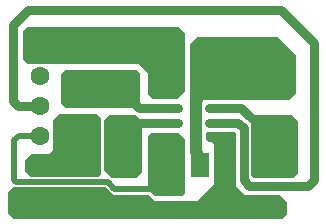
<source format=gbl>
G04*
G04 #@! TF.GenerationSoftware,Altium Limited,Altium Designer,20.2.3 (150)*
G04*
G04 Layer_Physical_Order=2*
G04 Layer_Color=16711680*
%FSLAX24Y24*%
%MOIN*%
G70*
G04*
G04 #@! TF.SameCoordinates,43E71072-F5BC-4878-B807-13FB7BF1F8C8*
G04*
G04*
G04 #@! TF.FilePolarity,Positive*
G04*
G01*
G75*
%ADD13C,0.0630*%
G04:AMPARAMS|DCode=14|XSize=63mil|YSize=63mil|CornerRadius=15.7mil|HoleSize=0mil|Usage=FLASHONLY|Rotation=270.000|XOffset=0mil|YOffset=0mil|HoleType=Round|Shape=RoundedRectangle|*
%AMROUNDEDRECTD14*
21,1,0.0630,0.0315,0,0,270.0*
21,1,0.0315,0.0630,0,0,270.0*
1,1,0.0315,-0.0157,-0.0157*
1,1,0.0315,-0.0157,0.0157*
1,1,0.0315,0.0157,0.0157*
1,1,0.0315,0.0157,-0.0157*
%
%ADD14ROUNDEDRECTD14*%
%ADD15C,0.0197*%
%ADD16R,0.0800X0.0600*%
%ADD17R,0.0600X0.0800*%
%ADD18R,0.0512X0.0354*%
%ADD19O,0.0866X0.0236*%
%ADD20C,0.0100*%
%ADD21C,0.0315*%
%ADD22C,0.0394*%
G36*
X5650Y6500D02*
X5750D01*
X5750Y6500D01*
X5950Y6300D01*
Y4350D01*
X5700Y4100D01*
X4850D01*
X4700Y4250D01*
Y4950D01*
X4400Y5250D01*
X4400D01*
X1219Y5250D01*
X1208Y5254D01*
X1100Y5269D01*
X992Y5254D01*
X981Y5250D01*
X700D01*
X550Y5400D01*
Y6350D01*
X700Y6500D01*
X5650Y6500D01*
D02*
G37*
G36*
X9650Y5550D02*
Y4300D01*
X9400Y4050D01*
X6450Y4050D01*
Y3950D01*
X6100D01*
Y5900D01*
X6350Y6150D01*
X6450D01*
X9050Y6150D01*
X9650Y5550D01*
D02*
G37*
G36*
X4350Y5050D02*
X4450Y4950D01*
X4450Y3900D01*
X4350Y3800D01*
X1950Y3800D01*
X1800Y3950D01*
Y4900D01*
X1950Y5050D01*
X4350Y5050D01*
D02*
G37*
G36*
X3150Y3450D02*
Y3410D01*
X3148Y3400D01*
Y1700D01*
X3150Y1690D01*
Y1600D01*
X3050Y1500D01*
X1700Y1500D01*
X800D01*
X600Y1700D01*
Y2050D01*
X800Y2250D01*
X1400D01*
Y2250D01*
X1550Y2400D01*
X1550Y3400D01*
X1750Y3600D01*
X3000Y3600D01*
X3150Y3450D01*
D02*
G37*
G36*
X9500Y3550D02*
X9700Y3350D01*
X9700Y1600D01*
X9550Y1450D01*
X8250D01*
X8150Y1550D01*
X8150Y3450D01*
X8250Y3550D01*
X9500Y3550D01*
D02*
G37*
G36*
X4500Y3350D02*
X4500Y1650D01*
X4300Y1450D01*
X3500Y1450D01*
X3250Y1700D01*
Y3400D01*
X3400Y3550D01*
X4300D01*
X4500Y3350D01*
D02*
G37*
G36*
X5950Y2750D02*
Y950D01*
X5850Y850D01*
X4950D01*
X4700Y1100D01*
X4700Y2850D01*
X4800Y2950D01*
X5750D01*
X5950Y2750D01*
D02*
G37*
G36*
X7650Y2950D02*
Y1200D01*
X7950Y900D01*
X9100D01*
X9350Y650D01*
Y250D01*
X9200Y100D01*
X250D01*
X50Y300D01*
X50Y1000D01*
X200Y1150D01*
X3300Y1150D01*
X3550Y900D01*
X4750D01*
X4950Y700D01*
X6350Y700D01*
X6900Y1250D01*
X6900Y2600D01*
X6850Y2650D01*
X6750D01*
X6650Y2750D01*
Y2950D01*
X6700Y3000D01*
X7600D01*
X7650Y2950D01*
D02*
G37*
D13*
X1100Y850D02*
D03*
Y1850D02*
D03*
Y3850D02*
D03*
Y4850D02*
D03*
Y2850D02*
D03*
D14*
Y5850D02*
D03*
D15*
X1143Y1322D02*
G03*
X1057Y1322I-43J-472D01*
G01*
X3595Y1105D02*
X5471D01*
X1143Y1322D02*
X3378D01*
X3595Y1105D01*
X256Y1391D02*
Y2707D01*
X5150Y1900D02*
X5261Y2011D01*
X5350Y1232D02*
X5477Y1105D01*
X325Y1322D02*
X1057D01*
X406Y2857D02*
X1093D01*
X5261Y2011D02*
Y2794D01*
X5350Y1232D02*
Y1311D01*
X5261Y1400D02*
Y1789D01*
X256Y2707D02*
X406Y2857D01*
X5261Y1400D02*
X5350Y1311D01*
X5150Y1900D02*
X5261Y1789D01*
X5255Y2800D02*
X5261Y2794D01*
X5471Y1098D02*
X5550D01*
X256Y1391D02*
X325Y1322D01*
X1093Y2857D02*
X1100Y2850D01*
D16*
X3850Y3050D02*
D03*
Y4350D02*
D03*
X2700D02*
D03*
Y3050D02*
D03*
X8600D02*
D03*
Y4350D02*
D03*
Y1900D02*
D03*
Y600D02*
D03*
X3850D02*
D03*
Y1900D02*
D03*
D17*
X6450D02*
D03*
X5150D02*
D03*
D18*
X2700Y1674D02*
D03*
Y926D02*
D03*
X5550Y1098D02*
D03*
Y350D02*
D03*
D19*
X5255Y2800D02*
D03*
Y3300D02*
D03*
Y3800D02*
D03*
Y4300D02*
D03*
X7145Y2800D02*
D03*
Y3300D02*
D03*
Y3800D02*
D03*
Y4300D02*
D03*
D20*
X1100Y5850D02*
X1108Y5858D01*
X5255Y4300D02*
X5263D01*
X1108Y5858D02*
X4926D01*
X5326Y4363D02*
Y5458D01*
X4926Y5858D02*
X5326Y5458D01*
X5263Y4300D02*
X5326Y4363D01*
X3424Y926D02*
X3750Y600D01*
X2700Y926D02*
X3424D01*
X3750Y600D02*
X3850D01*
X4100Y350D01*
X1419Y1674D02*
X2700D01*
X1243Y1850D02*
X1419Y1674D01*
X1100Y1850D02*
X1243D01*
X2700Y1674D02*
Y3050D01*
X3850Y1900D02*
Y3050D01*
X4100Y3300D01*
X7300Y350D02*
X8350D01*
X5550D02*
X7300D01*
X7145Y2517D02*
Y2800D01*
Y2517D02*
X7300Y2362D01*
Y350D02*
Y2362D01*
X8350Y350D02*
X8600Y600D01*
X4100Y350D02*
X5550D01*
X1100Y850D02*
X2624D01*
X2700Y926D01*
D21*
X5255Y3800D02*
X5700D01*
X4400D02*
X5255D01*
X3850Y4350D02*
X3950D01*
X4200Y4100D01*
Y4000D02*
Y4100D01*
Y4000D02*
X4400Y3800D01*
X2700Y4350D02*
X3850D01*
X7145Y3800D02*
X7820D01*
X6750D02*
X7145D01*
X7820D02*
X8570Y3050D01*
X8600D01*
X200Y4035D02*
Y6550D01*
X700Y7050D02*
X9150D01*
X200Y6550D02*
X700Y7050D01*
X9150D02*
X10250Y5950D01*
X200Y4035D02*
X384Y3850D01*
X1100D01*
X10250Y1384D02*
Y5950D01*
X8084Y1200D02*
X10065D01*
X10250Y1384D01*
X7145Y3300D02*
X7715D01*
X6750D02*
X7145D01*
X5255D02*
X5700D01*
X4100D02*
X5255D01*
X7715D02*
X7900Y3115D01*
Y1384D02*
X8084Y1200D01*
X7900Y1384D02*
Y3115D01*
X8600Y1900D02*
Y3050D01*
D22*
X6347Y2003D02*
X6450Y1900D01*
X6347Y2003D02*
Y2287D01*
X6300Y2334D02*
X6347Y2287D01*
X6531Y4300D02*
X8550D01*
X6300Y4069D02*
X6531Y4300D01*
X6300Y2334D02*
Y4069D01*
X8550Y4300D02*
X8600Y4350D01*
M02*

</source>
